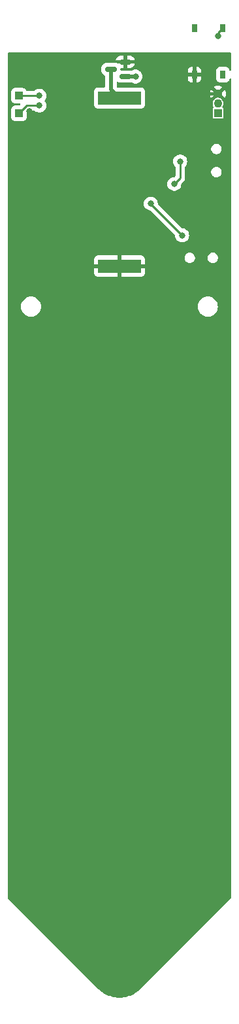
<source format=gbl>
G04 #@! TF.GenerationSoftware,KiCad,Pcbnew,7.0.9*
G04 #@! TF.CreationDate,2024-02-29T00:36:21+01:00*
G04 #@! TF.ProjectId,Mad_PlantBug,4d61645f-506c-4616-9e74-4275672e6b69,rev?*
G04 #@! TF.SameCoordinates,Original*
G04 #@! TF.FileFunction,Copper,L2,Bot*
G04 #@! TF.FilePolarity,Positive*
%FSLAX46Y46*%
G04 Gerber Fmt 4.6, Leading zero omitted, Abs format (unit mm)*
G04 Created by KiCad (PCBNEW 7.0.9) date 2024-02-29 00:36:21*
%MOMM*%
%LPD*%
G01*
G04 APERTURE LIST*
G04 Aperture macros list*
%AMRoundRect*
0 Rectangle with rounded corners*
0 $1 Rounding radius*
0 $2 $3 $4 $5 $6 $7 $8 $9 X,Y pos of 4 corners*
0 Add a 4 corners polygon primitive as box body*
4,1,4,$2,$3,$4,$5,$6,$7,$8,$9,$2,$3,0*
0 Add four circle primitives for the rounded corners*
1,1,$1+$1,$2,$3*
1,1,$1+$1,$4,$5*
1,1,$1+$1,$6,$7*
1,1,$1+$1,$8,$9*
0 Add four rect primitives between the rounded corners*
20,1,$1+$1,$2,$3,$4,$5,0*
20,1,$1+$1,$4,$5,$6,$7,0*
20,1,$1+$1,$6,$7,$8,$9,0*
20,1,$1+$1,$8,$9,$2,$3,0*%
G04 Aperture macros list end*
G04 #@! TA.AperFunction,SMDPad,CuDef*
%ADD10R,1.000000X1.000000*%
G04 #@! TD*
G04 #@! TA.AperFunction,ComponentPad*
%ADD11R,1.100000X1.100000*%
G04 #@! TD*
G04 #@! TA.AperFunction,ComponentPad*
%ADD12C,1.100000*%
G04 #@! TD*
G04 #@! TA.AperFunction,SMDPad,CuDef*
%ADD13R,5.600000X1.750000*%
G04 #@! TD*
G04 #@! TA.AperFunction,SMDPad,CuDef*
%ADD14RoundRect,0.150000X0.587500X0.150000X-0.587500X0.150000X-0.587500X-0.150000X0.587500X-0.150000X0*%
G04 #@! TD*
G04 #@! TA.AperFunction,SMDPad,CuDef*
%ADD15R,0.700000X1.000000*%
G04 #@! TD*
G04 #@! TA.AperFunction,ViaPad*
%ADD16C,0.800000*%
G04 #@! TD*
G04 #@! TA.AperFunction,Conductor*
%ADD17C,0.250000*%
G04 #@! TD*
G04 #@! TA.AperFunction,Conductor*
%ADD18C,0.400000*%
G04 #@! TD*
G04 #@! TA.AperFunction,Conductor*
%ADD19C,0.500000*%
G04 #@! TD*
G04 APERTURE END LIST*
D10*
G04 #@! TO.P,TP3,1,1*
G04 #@! TO.N,UART_RX*
X48133000Y-40894000D03*
G04 #@! TD*
G04 #@! TO.P,TP2,1,1*
G04 #@! TO.N,UART_TX*
X48133000Y-43180000D03*
G04 #@! TD*
D11*
G04 #@! TO.P,J2,1,Pin_1*
G04 #@! TO.N,SWDIO*
X73958000Y-43153500D03*
D12*
G04 #@! TO.P,J2,2,Pin_2*
G04 #@! TO.N,SWCLK*
X73958000Y-41903500D03*
G04 #@! TO.P,J2,3,Pin_3*
G04 #@! TO.N,GND*
X73958000Y-40653500D03*
G04 #@! TD*
D13*
G04 #@! TO.P,H1,1,1*
G04 #@! TO.N,Net-(Q1-D)*
X61180000Y-41192500D03*
G04 #@! TO.P,H1,2,2*
G04 #@! TO.N,GND*
X61180000Y-62942500D03*
G04 #@! TD*
D14*
G04 #@! TO.P,Q1,3,D*
G04 #@! TO.N,Net-(Q1-D)*
X60055000Y-37461500D03*
G04 #@! TO.P,Q1,2,S*
G04 #@! TO.N,VCC*
X61930000Y-38411500D03*
G04 #@! TO.P,Q1,1,G*
G04 #@! TO.N,GND*
X61930000Y-36511500D03*
G04 #@! TD*
D15*
G04 #@! TO.P,S3,1,COM_1*
G04 #@! TO.N,unconnected-(S3-COM_1-Pad1)*
X74587000Y-38172500D03*
G04 #@! TO.P,S3,2,COM_2*
G04 #@! TO.N,Net-(S3-COM_2)*
X74587000Y-32172500D03*
G04 #@! TO.P,S3,3,NO_1*
G04 #@! TO.N,GND*
X70887000Y-38172500D03*
G04 #@! TO.P,S3,4,NO_2*
G04 #@! TO.N,unconnected-(S3-NO_2-Pad4)*
X70887000Y-32172500D03*
G04 #@! TD*
D16*
G04 #@! TO.N,UART_TX*
X50800000Y-42164000D03*
G04 #@! TO.N,UART_RX*
X50800000Y-40894000D03*
G04 #@! TO.N,I2C_SDA*
X69054000Y-49396500D03*
X68292000Y-52317500D03*
G04 #@! TO.N,GND*
X54189500Y-70501500D03*
X49050000Y-51811500D03*
X47419500Y-70501500D03*
X49115000Y-58286500D03*
X65865000Y-38671500D03*
X54202000Y-66211500D03*
X57750000Y-38671500D03*
X52509500Y-66211500D03*
X51401000Y-56622500D03*
X66980000Y-38671500D03*
X55808500Y-54984500D03*
X68310000Y-61881500D03*
X49112000Y-70501500D03*
X54195000Y-62350500D03*
X47432000Y-66211500D03*
X68057500Y-70501500D03*
X49530000Y-42926000D03*
X74827500Y-70501500D03*
X73745000Y-52071500D03*
X69762500Y-66211500D03*
X52544000Y-61715500D03*
X56635000Y-38671500D03*
X70604589Y-54932133D03*
X52497000Y-70501500D03*
X52925000Y-57130500D03*
X54703000Y-36569500D03*
X64355000Y-60572500D03*
X74840000Y-66211500D03*
X54830000Y-47237500D03*
X73147500Y-66211500D03*
X73880000Y-58667500D03*
X68070000Y-66211500D03*
X71455000Y-66211500D03*
X73753000Y-53841500D03*
X73135000Y-70501500D03*
X55520000Y-38671500D03*
X49250000Y-50141500D03*
X64750000Y-38671500D03*
X49124500Y-66211500D03*
X69750000Y-70501500D03*
X68546000Y-54895000D03*
X50804500Y-70501500D03*
X71442500Y-70501500D03*
X50817000Y-66211500D03*
X73745000Y-46483500D03*
X75260000Y-61881500D03*
G04 #@! TO.N,VCC*
X63261000Y-38411500D03*
G04 #@! TO.N,DISCHARGE_MANUAL*
X65244000Y-54857500D03*
X69308000Y-58959000D03*
G04 #@! TO.N,Net-(S3-COM_2)*
X74007000Y-33140500D03*
G04 #@! TD*
D17*
G04 #@! TO.N,UART_TX*
X49149000Y-42164000D02*
X50800000Y-42164000D01*
X48133000Y-43180000D02*
X49149000Y-42164000D01*
G04 #@! TO.N,UART_RX*
X50800000Y-40894000D02*
X48133000Y-40894000D01*
G04 #@! TO.N,I2C_SDA*
X68292000Y-52317500D02*
X69054000Y-51555500D01*
X69054000Y-51555500D02*
X69054000Y-49396500D01*
X69054000Y-49396500D02*
X69054000Y-49269500D01*
D18*
G04 #@! TO.N,GND*
X73958000Y-40653500D02*
X72630000Y-40653500D01*
X72630000Y-40653500D02*
X72610000Y-40633500D01*
D19*
G04 #@! TO.N,VCC*
X63261000Y-38411500D02*
X61930000Y-38411500D01*
D17*
G04 #@! TO.N,DISCHARGE_MANUAL*
X65244000Y-54895000D02*
X65244000Y-54857500D01*
X69308000Y-58959000D02*
X65244000Y-54895000D01*
G04 #@! TO.N,Net-(S3-COM_2)*
X74007000Y-33140500D02*
X74007000Y-32752500D01*
X74007000Y-32752500D02*
X74587000Y-32172500D01*
D19*
G04 #@! TO.N,Net-(Q1-D)*
X60055000Y-40067500D02*
X60055000Y-37461500D01*
X61180000Y-41192500D02*
X60055000Y-40067500D01*
G04 #@! TD*
G04 #@! TA.AperFunction,Conductor*
G04 #@! TO.N,GND*
G36*
X75623039Y-35332185D02*
G01*
X75668794Y-35384989D01*
X75680000Y-35436500D01*
X75680000Y-37566823D01*
X75660315Y-37633862D01*
X75607511Y-37679617D01*
X75538353Y-37689561D01*
X75474797Y-37660536D01*
X75437023Y-37601758D01*
X75432710Y-37580077D01*
X75432552Y-37578612D01*
X75431091Y-37565017D01*
X75395298Y-37469052D01*
X75380797Y-37430171D01*
X75380793Y-37430164D01*
X75294547Y-37314955D01*
X75294544Y-37314952D01*
X75179335Y-37228706D01*
X75179328Y-37228702D01*
X75044482Y-37178408D01*
X75044483Y-37178408D01*
X74984883Y-37172001D01*
X74984881Y-37172000D01*
X74984873Y-37172000D01*
X74984864Y-37172000D01*
X74189129Y-37172000D01*
X74189123Y-37172001D01*
X74129516Y-37178408D01*
X73994671Y-37228702D01*
X73994664Y-37228706D01*
X73879455Y-37314952D01*
X73879452Y-37314955D01*
X73793206Y-37430164D01*
X73793202Y-37430171D01*
X73742908Y-37565017D01*
X73736501Y-37624616D01*
X73736500Y-37624635D01*
X73736500Y-38720370D01*
X73736501Y-38720376D01*
X73742908Y-38779983D01*
X73793202Y-38914828D01*
X73793206Y-38914835D01*
X73879452Y-39030044D01*
X73879455Y-39030047D01*
X73994664Y-39116293D01*
X73994671Y-39116297D01*
X74129517Y-39166591D01*
X74129516Y-39166591D01*
X74136444Y-39167335D01*
X74189127Y-39173000D01*
X74984872Y-39172999D01*
X75044483Y-39166591D01*
X75179331Y-39116296D01*
X75294546Y-39030046D01*
X75380796Y-38914831D01*
X75431091Y-38779983D01*
X75432711Y-38764914D01*
X75459448Y-38700366D01*
X75516841Y-38660518D01*
X75586666Y-38658024D01*
X75646755Y-38693676D01*
X75678030Y-38756155D01*
X75680000Y-38778172D01*
X75680000Y-144679469D01*
X75660315Y-144746508D01*
X75643480Y-144767351D01*
X63851894Y-156505003D01*
X63849790Y-156507002D01*
X63737691Y-156608602D01*
X63572586Y-156757262D01*
X63568031Y-156760988D01*
X63423129Y-156868455D01*
X63264014Y-156984058D01*
X63259444Y-156987080D01*
X63100236Y-157082506D01*
X62934090Y-157178429D01*
X62929597Y-157180784D01*
X62759775Y-157261105D01*
X62586198Y-157338385D01*
X62581867Y-157340121D01*
X62403788Y-157403840D01*
X62223942Y-157462274D01*
X62219847Y-157463451D01*
X62035558Y-157509614D01*
X61851010Y-157548840D01*
X61847217Y-157549524D01*
X61658733Y-157577484D01*
X61471203Y-157597194D01*
X61467764Y-157597459D01*
X61278612Y-157606752D01*
X61275569Y-157606827D01*
X61088431Y-157606827D01*
X61085388Y-157606752D01*
X60896234Y-157597459D01*
X60892795Y-157597194D01*
X60705266Y-157577484D01*
X60516781Y-157549524D01*
X60512988Y-157548840D01*
X60328441Y-157509614D01*
X60144151Y-157463451D01*
X60140056Y-157462274D01*
X59960211Y-157403840D01*
X59782131Y-157340121D01*
X59777800Y-157338385D01*
X59604224Y-157261105D01*
X59434401Y-157180784D01*
X59429908Y-157178429D01*
X59263763Y-157082506D01*
X59104555Y-156987080D01*
X59099984Y-156984058D01*
X58940870Y-156868455D01*
X58795967Y-156760988D01*
X58791412Y-156757262D01*
X58626308Y-156608602D01*
X58514211Y-156507003D01*
X58512070Y-156504967D01*
X58495448Y-156488392D01*
X58495352Y-156488328D01*
X46716520Y-144763368D01*
X46682895Y-144702122D01*
X46680000Y-144675486D01*
X46680000Y-68177501D01*
X48412532Y-68177501D01*
X48432364Y-68404186D01*
X48432366Y-68404197D01*
X48491258Y-68623988D01*
X48491261Y-68623997D01*
X48587431Y-68830232D01*
X48587432Y-68830234D01*
X48717954Y-69016641D01*
X48878858Y-69177545D01*
X48878861Y-69177547D01*
X49065266Y-69308068D01*
X49271504Y-69404239D01*
X49491308Y-69463135D01*
X49661216Y-69478000D01*
X49774784Y-69478000D01*
X49944692Y-69463135D01*
X50164496Y-69404239D01*
X50370734Y-69308068D01*
X50557139Y-69177547D01*
X50718047Y-69016639D01*
X50848568Y-68830234D01*
X50944739Y-68623996D01*
X51003635Y-68404192D01*
X51023468Y-68177501D01*
X71336532Y-68177501D01*
X71356364Y-68404186D01*
X71356366Y-68404197D01*
X71415258Y-68623988D01*
X71415261Y-68623997D01*
X71511431Y-68830232D01*
X71511432Y-68830234D01*
X71641954Y-69016641D01*
X71802858Y-69177545D01*
X71802861Y-69177547D01*
X71989266Y-69308068D01*
X72195504Y-69404239D01*
X72415308Y-69463135D01*
X72585216Y-69478000D01*
X72698784Y-69478000D01*
X72868692Y-69463135D01*
X73088496Y-69404239D01*
X73294734Y-69308068D01*
X73481139Y-69177547D01*
X73642047Y-69016639D01*
X73772568Y-68830234D01*
X73868739Y-68623996D01*
X73927635Y-68404192D01*
X73947468Y-68177500D01*
X73927635Y-67950808D01*
X73868739Y-67731004D01*
X73772568Y-67524766D01*
X73642047Y-67338361D01*
X73642045Y-67338358D01*
X73481141Y-67177454D01*
X73294734Y-67046932D01*
X73294732Y-67046931D01*
X73088497Y-66950761D01*
X73088488Y-66950758D01*
X72868697Y-66891866D01*
X72868687Y-66891864D01*
X72698784Y-66877000D01*
X72585216Y-66877000D01*
X72415312Y-66891864D01*
X72415302Y-66891866D01*
X72195511Y-66950758D01*
X72195502Y-66950761D01*
X71989267Y-67046931D01*
X71989265Y-67046932D01*
X71802858Y-67177454D01*
X71641954Y-67338358D01*
X71511432Y-67524765D01*
X71511431Y-67524767D01*
X71415261Y-67731002D01*
X71415258Y-67731011D01*
X71356366Y-67950802D01*
X71356364Y-67950813D01*
X71336532Y-68177498D01*
X71336532Y-68177501D01*
X51023468Y-68177501D01*
X51023468Y-68177500D01*
X51003635Y-67950808D01*
X50944739Y-67731004D01*
X50848568Y-67524766D01*
X50718047Y-67338361D01*
X50718045Y-67338358D01*
X50557141Y-67177454D01*
X50370734Y-67046932D01*
X50370732Y-67046931D01*
X50164497Y-66950761D01*
X50164488Y-66950758D01*
X49944697Y-66891866D01*
X49944687Y-66891864D01*
X49774784Y-66877000D01*
X49661216Y-66877000D01*
X49491312Y-66891864D01*
X49491302Y-66891866D01*
X49271511Y-66950758D01*
X49271502Y-66950761D01*
X49065267Y-67046931D01*
X49065265Y-67046932D01*
X48878858Y-67177454D01*
X48717954Y-67338358D01*
X48587432Y-67524765D01*
X48587431Y-67524767D01*
X48491261Y-67731002D01*
X48491258Y-67731011D01*
X48432366Y-67950802D01*
X48432364Y-67950813D01*
X48412532Y-68177498D01*
X48412532Y-68177501D01*
X46680000Y-68177501D01*
X46680000Y-63192500D01*
X57880000Y-63192500D01*
X57880000Y-63865344D01*
X57886401Y-63924872D01*
X57886403Y-63924879D01*
X57936645Y-64059586D01*
X57936649Y-64059593D01*
X58022809Y-64174687D01*
X58022812Y-64174690D01*
X58137906Y-64260850D01*
X58137913Y-64260854D01*
X58272620Y-64311096D01*
X58272627Y-64311098D01*
X58332155Y-64317499D01*
X58332172Y-64317500D01*
X60930000Y-64317500D01*
X60930000Y-63192500D01*
X61430000Y-63192500D01*
X61430000Y-64317500D01*
X64027828Y-64317500D01*
X64027844Y-64317499D01*
X64087372Y-64311098D01*
X64087379Y-64311096D01*
X64222086Y-64260854D01*
X64222093Y-64260850D01*
X64337187Y-64174690D01*
X64337190Y-64174687D01*
X64423350Y-64059593D01*
X64423354Y-64059586D01*
X64473596Y-63924879D01*
X64473598Y-63924872D01*
X64479999Y-63865344D01*
X64480000Y-63865327D01*
X64480000Y-63192500D01*
X61430000Y-63192500D01*
X60930000Y-63192500D01*
X57880000Y-63192500D01*
X46680000Y-63192500D01*
X46680000Y-62692500D01*
X57880000Y-62692500D01*
X60930000Y-62692500D01*
X60930000Y-61567500D01*
X61430000Y-61567500D01*
X61430000Y-62692500D01*
X64480000Y-62692500D01*
X64480000Y-62019672D01*
X64479999Y-62019655D01*
X64475038Y-61973521D01*
X69614500Y-61973521D01*
X69653756Y-62132791D01*
X69729993Y-62278048D01*
X69838766Y-62400827D01*
X69838768Y-62400829D01*
X69838771Y-62400832D01*
X69973771Y-62494016D01*
X69973772Y-62494016D01*
X69973774Y-62494018D01*
X70127155Y-62552188D01*
X70157652Y-62555891D01*
X70249140Y-62567000D01*
X70249143Y-62567000D01*
X70330860Y-62567000D01*
X70404049Y-62558112D01*
X70452845Y-62552188D01*
X70606226Y-62494018D01*
X70741229Y-62400832D01*
X70850008Y-62278046D01*
X70926242Y-62132795D01*
X70965500Y-61973521D01*
X72614500Y-61973521D01*
X72653756Y-62132791D01*
X72729993Y-62278048D01*
X72838766Y-62400827D01*
X72838768Y-62400829D01*
X72838771Y-62400832D01*
X72973771Y-62494016D01*
X72973772Y-62494016D01*
X72973774Y-62494018D01*
X73127155Y-62552188D01*
X73157652Y-62555891D01*
X73249140Y-62567000D01*
X73249143Y-62567000D01*
X73330860Y-62567000D01*
X73404049Y-62558112D01*
X73452845Y-62552188D01*
X73606226Y-62494018D01*
X73741229Y-62400832D01*
X73850008Y-62278046D01*
X73926242Y-62132795D01*
X73965500Y-61973521D01*
X73965500Y-61809479D01*
X73941057Y-61710312D01*
X73926243Y-61650208D01*
X73926242Y-61650207D01*
X73926242Y-61650205D01*
X73850008Y-61504954D01*
X73850006Y-61504952D01*
X73850006Y-61504951D01*
X73741233Y-61382172D01*
X73741231Y-61382170D01*
X73741229Y-61382168D01*
X73606227Y-61288983D01*
X73606229Y-61288983D01*
X73452845Y-61230812D01*
X73452843Y-61230811D01*
X73330860Y-61216000D01*
X73330857Y-61216000D01*
X73249143Y-61216000D01*
X73249140Y-61216000D01*
X73127156Y-61230811D01*
X73127154Y-61230812D01*
X72973771Y-61288983D01*
X72838773Y-61382166D01*
X72838766Y-61382172D01*
X72729993Y-61504951D01*
X72653756Y-61650208D01*
X72614500Y-61809478D01*
X72614500Y-61973521D01*
X70965500Y-61973521D01*
X70965500Y-61809479D01*
X70941057Y-61710312D01*
X70926243Y-61650208D01*
X70926242Y-61650207D01*
X70926242Y-61650205D01*
X70850008Y-61504954D01*
X70850006Y-61504952D01*
X70850006Y-61504951D01*
X70741233Y-61382172D01*
X70741231Y-61382170D01*
X70741229Y-61382168D01*
X70606227Y-61288983D01*
X70606229Y-61288983D01*
X70452845Y-61230812D01*
X70452843Y-61230811D01*
X70330860Y-61216000D01*
X70330857Y-61216000D01*
X70249143Y-61216000D01*
X70249140Y-61216000D01*
X70127156Y-61230811D01*
X70127154Y-61230812D01*
X69973771Y-61288983D01*
X69838773Y-61382166D01*
X69838766Y-61382172D01*
X69729993Y-61504951D01*
X69653756Y-61650208D01*
X69614500Y-61809478D01*
X69614500Y-61973521D01*
X64475038Y-61973521D01*
X64473598Y-61960127D01*
X64473596Y-61960120D01*
X64423354Y-61825413D01*
X64423350Y-61825406D01*
X64337190Y-61710312D01*
X64337187Y-61710309D01*
X64222093Y-61624149D01*
X64222086Y-61624145D01*
X64087379Y-61573903D01*
X64087372Y-61573901D01*
X64027844Y-61567500D01*
X61430000Y-61567500D01*
X60930000Y-61567500D01*
X58332155Y-61567500D01*
X58272627Y-61573901D01*
X58272620Y-61573903D01*
X58137913Y-61624145D01*
X58137906Y-61624149D01*
X58022812Y-61710309D01*
X58022809Y-61710312D01*
X57936649Y-61825406D01*
X57936645Y-61825413D01*
X57886403Y-61960120D01*
X57886401Y-61960127D01*
X57880000Y-62019655D01*
X57880000Y-62692500D01*
X46680000Y-62692500D01*
X46680000Y-54857500D01*
X64338540Y-54857500D01*
X64358326Y-55045756D01*
X64358327Y-55045759D01*
X64416818Y-55225777D01*
X64416821Y-55225784D01*
X64511467Y-55389716D01*
X64638129Y-55530388D01*
X64791265Y-55641648D01*
X64791270Y-55641651D01*
X64964192Y-55718642D01*
X64964197Y-55718644D01*
X65149354Y-55758000D01*
X65171048Y-55758000D01*
X65238087Y-55777685D01*
X65258729Y-55794319D01*
X68369038Y-58904629D01*
X68402523Y-58965952D01*
X68404678Y-58979348D01*
X68412968Y-59058227D01*
X68422326Y-59147256D01*
X68422327Y-59147259D01*
X68480818Y-59327277D01*
X68480821Y-59327284D01*
X68575467Y-59491216D01*
X68702129Y-59631888D01*
X68855265Y-59743148D01*
X68855270Y-59743151D01*
X69028192Y-59820142D01*
X69028197Y-59820144D01*
X69213354Y-59859500D01*
X69213355Y-59859500D01*
X69402644Y-59859500D01*
X69402646Y-59859500D01*
X69587803Y-59820144D01*
X69760730Y-59743151D01*
X69913871Y-59631888D01*
X70040533Y-59491216D01*
X70135179Y-59327284D01*
X70193674Y-59147256D01*
X70213460Y-58959000D01*
X70193674Y-58770744D01*
X70135179Y-58590716D01*
X70040533Y-58426784D01*
X69913871Y-58286112D01*
X69913870Y-58286111D01*
X69760734Y-58174851D01*
X69760729Y-58174848D01*
X69587807Y-58097857D01*
X69587802Y-58097855D01*
X69442001Y-58066865D01*
X69402646Y-58058500D01*
X69402645Y-58058500D01*
X69343452Y-58058500D01*
X69276413Y-58038815D01*
X69255771Y-58022181D01*
X66185730Y-54952139D01*
X66152245Y-54890816D01*
X66150801Y-54864000D01*
X66149460Y-54864000D01*
X66149460Y-54857502D01*
X66149460Y-54857500D01*
X66129674Y-54669244D01*
X66071179Y-54489216D01*
X65976533Y-54325284D01*
X65849871Y-54184612D01*
X65849870Y-54184611D01*
X65696734Y-54073351D01*
X65696729Y-54073348D01*
X65523807Y-53996357D01*
X65523802Y-53996355D01*
X65378001Y-53965365D01*
X65338646Y-53957000D01*
X65149354Y-53957000D01*
X65116897Y-53963898D01*
X64964197Y-53996355D01*
X64964192Y-53996357D01*
X64791270Y-54073348D01*
X64791265Y-54073351D01*
X64638129Y-54184611D01*
X64511466Y-54325285D01*
X64416821Y-54489215D01*
X64416818Y-54489222D01*
X64358327Y-54669240D01*
X64358326Y-54669244D01*
X64338540Y-54857500D01*
X46680000Y-54857500D01*
X46680000Y-52317500D01*
X67386540Y-52317500D01*
X67406326Y-52505756D01*
X67406327Y-52505759D01*
X67464818Y-52685777D01*
X67464821Y-52685784D01*
X67559467Y-52849716D01*
X67686129Y-52990388D01*
X67839265Y-53101648D01*
X67839270Y-53101651D01*
X68012192Y-53178642D01*
X68012197Y-53178644D01*
X68197354Y-53218000D01*
X68197355Y-53218000D01*
X68386644Y-53218000D01*
X68386646Y-53218000D01*
X68571803Y-53178644D01*
X68744730Y-53101651D01*
X68897871Y-52990388D01*
X69024533Y-52849716D01*
X69119179Y-52685784D01*
X69177674Y-52505756D01*
X69195321Y-52337845D01*
X69221905Y-52273232D01*
X69230952Y-52263136D01*
X69437786Y-52056302D01*
X69450048Y-52046480D01*
X69449865Y-52046259D01*
X69455867Y-52041292D01*
X69455877Y-52041286D01*
X69503241Y-51990848D01*
X69524120Y-51969970D01*
X69528373Y-51964486D01*
X69532150Y-51960063D01*
X69564062Y-51926082D01*
X69573714Y-51908523D01*
X69584389Y-51892272D01*
X69596674Y-51876436D01*
X69615186Y-51833652D01*
X69617742Y-51828435D01*
X69640197Y-51787592D01*
X69645180Y-51768180D01*
X69651477Y-51749791D01*
X69659438Y-51731395D01*
X69666729Y-51685353D01*
X69667908Y-51679662D01*
X69679500Y-51634519D01*
X69679500Y-51614483D01*
X69681027Y-51595082D01*
X69684160Y-51575304D01*
X69679775Y-51528915D01*
X69679500Y-51523077D01*
X69679500Y-50859521D01*
X73069500Y-50859521D01*
X73108756Y-51018791D01*
X73184993Y-51164048D01*
X73293766Y-51286827D01*
X73293768Y-51286829D01*
X73293771Y-51286832D01*
X73428771Y-51380016D01*
X73428772Y-51380016D01*
X73428774Y-51380018D01*
X73582155Y-51438188D01*
X73612652Y-51441891D01*
X73704140Y-51453000D01*
X73704143Y-51453000D01*
X73785860Y-51453000D01*
X73859049Y-51444112D01*
X73907845Y-51438188D01*
X74061226Y-51380018D01*
X74196229Y-51286832D01*
X74305008Y-51164046D01*
X74381242Y-51018795D01*
X74420500Y-50859521D01*
X74420500Y-50695479D01*
X74381242Y-50536205D01*
X74305008Y-50390954D01*
X74305006Y-50390952D01*
X74305006Y-50390951D01*
X74196233Y-50268172D01*
X74196231Y-50268170D01*
X74196229Y-50268168D01*
X74061227Y-50174983D01*
X74061229Y-50174983D01*
X73907845Y-50116812D01*
X73907843Y-50116811D01*
X73785860Y-50102000D01*
X73785857Y-50102000D01*
X73704143Y-50102000D01*
X73704140Y-50102000D01*
X73582156Y-50116811D01*
X73582154Y-50116812D01*
X73428771Y-50174983D01*
X73293773Y-50268166D01*
X73293766Y-50268172D01*
X73184993Y-50390951D01*
X73108756Y-50536208D01*
X73069500Y-50695478D01*
X73069500Y-50859521D01*
X69679500Y-50859521D01*
X69679500Y-50095187D01*
X69699185Y-50028148D01*
X69711350Y-50012215D01*
X69729891Y-49991622D01*
X69786533Y-49928716D01*
X69881179Y-49764784D01*
X69939674Y-49584756D01*
X69959460Y-49396500D01*
X69939674Y-49208244D01*
X69881179Y-49028216D01*
X69786533Y-48864284D01*
X69659871Y-48723612D01*
X69659870Y-48723611D01*
X69506734Y-48612351D01*
X69506729Y-48612348D01*
X69333807Y-48535357D01*
X69333802Y-48535355D01*
X69188001Y-48504365D01*
X69148646Y-48496000D01*
X68959354Y-48496000D01*
X68926897Y-48502898D01*
X68774197Y-48535355D01*
X68774192Y-48535357D01*
X68601270Y-48612348D01*
X68601265Y-48612351D01*
X68448129Y-48723611D01*
X68321466Y-48864285D01*
X68226821Y-49028215D01*
X68226818Y-49028222D01*
X68168327Y-49208240D01*
X68168326Y-49208244D01*
X68148540Y-49396500D01*
X68168326Y-49584756D01*
X68168327Y-49584759D01*
X68226818Y-49764777D01*
X68226821Y-49764784D01*
X68321467Y-49928716D01*
X68364772Y-49976810D01*
X68396650Y-50012215D01*
X68426880Y-50075206D01*
X68428500Y-50095187D01*
X68428500Y-51245046D01*
X68408815Y-51312085D01*
X68392182Y-51332726D01*
X68344229Y-51380680D01*
X68282906Y-51414166D01*
X68256547Y-51417000D01*
X68197354Y-51417000D01*
X68164897Y-51423898D01*
X68012197Y-51456355D01*
X68012192Y-51456357D01*
X67839270Y-51533348D01*
X67839265Y-51533351D01*
X67686129Y-51644611D01*
X67559466Y-51785285D01*
X67464821Y-51949215D01*
X67464818Y-51949222D01*
X67406327Y-52129240D01*
X67406326Y-52129244D01*
X67386540Y-52317500D01*
X46680000Y-52317500D01*
X46680000Y-47859521D01*
X73069500Y-47859521D01*
X73108756Y-48018791D01*
X73184993Y-48164048D01*
X73293766Y-48286827D01*
X73293768Y-48286829D01*
X73293771Y-48286832D01*
X73428771Y-48380016D01*
X73428772Y-48380016D01*
X73428774Y-48380018D01*
X73582155Y-48438188D01*
X73612652Y-48441891D01*
X73704140Y-48453000D01*
X73704143Y-48453000D01*
X73785860Y-48453000D01*
X73859049Y-48444112D01*
X73907845Y-48438188D01*
X74061226Y-48380018D01*
X74196229Y-48286832D01*
X74305008Y-48164046D01*
X74381242Y-48018795D01*
X74420500Y-47859521D01*
X74420500Y-47695479D01*
X74381242Y-47536205D01*
X74305008Y-47390954D01*
X74305006Y-47390952D01*
X74305006Y-47390951D01*
X74196233Y-47268172D01*
X74196231Y-47268170D01*
X74196229Y-47268168D01*
X74061227Y-47174983D01*
X74061229Y-47174983D01*
X73907845Y-47116812D01*
X73907843Y-47116811D01*
X73785860Y-47102000D01*
X73785857Y-47102000D01*
X73704143Y-47102000D01*
X73704140Y-47102000D01*
X73582156Y-47116811D01*
X73582154Y-47116812D01*
X73428771Y-47174983D01*
X73293773Y-47268166D01*
X73293766Y-47268172D01*
X73184993Y-47390951D01*
X73108756Y-47536208D01*
X73069500Y-47695478D01*
X73069500Y-47859521D01*
X46680000Y-47859521D01*
X46680000Y-43727870D01*
X47132500Y-43727870D01*
X47132501Y-43727876D01*
X47138908Y-43787483D01*
X47189202Y-43922328D01*
X47189206Y-43922335D01*
X47275452Y-44037544D01*
X47275455Y-44037547D01*
X47390664Y-44123793D01*
X47390671Y-44123797D01*
X47525517Y-44174091D01*
X47525516Y-44174091D01*
X47532444Y-44174835D01*
X47585127Y-44180500D01*
X48680872Y-44180499D01*
X48740483Y-44174091D01*
X48875331Y-44123796D01*
X48990546Y-44037546D01*
X49076796Y-43922331D01*
X49127091Y-43787483D01*
X49133500Y-43727873D01*
X49133499Y-43115452D01*
X49153183Y-43048414D01*
X49169818Y-43027772D01*
X49371772Y-42825819D01*
X49433095Y-42792334D01*
X49459453Y-42789500D01*
X50096252Y-42789500D01*
X50163291Y-42809185D01*
X50188400Y-42830526D01*
X50194126Y-42836885D01*
X50194130Y-42836889D01*
X50347265Y-42948148D01*
X50347270Y-42948151D01*
X50520192Y-43025142D01*
X50520197Y-43025144D01*
X50705354Y-43064500D01*
X50705355Y-43064500D01*
X50894644Y-43064500D01*
X50894646Y-43064500D01*
X51079803Y-43025144D01*
X51252730Y-42948151D01*
X51405871Y-42836888D01*
X51532533Y-42696216D01*
X51627179Y-42532284D01*
X51685674Y-42352256D01*
X51705460Y-42164000D01*
X51700349Y-42115370D01*
X57879500Y-42115370D01*
X57879501Y-42115376D01*
X57885908Y-42174983D01*
X57936202Y-42309828D01*
X57936206Y-42309835D01*
X58022452Y-42425044D01*
X58022455Y-42425047D01*
X58137664Y-42511293D01*
X58137671Y-42511297D01*
X58272517Y-42561591D01*
X58272516Y-42561591D01*
X58279444Y-42562335D01*
X58332127Y-42568000D01*
X64027872Y-42567999D01*
X64087483Y-42561591D01*
X64222331Y-42511296D01*
X64337546Y-42425046D01*
X64423796Y-42309831D01*
X64474091Y-42174983D01*
X64480500Y-42115373D01*
X64480500Y-41903500D01*
X73252355Y-41903500D01*
X73272859Y-42072369D01*
X73272860Y-42072374D01*
X73333182Y-42231431D01*
X73375541Y-42292798D01*
X73397424Y-42359153D01*
X73379958Y-42426804D01*
X73342383Y-42466340D01*
X73299494Y-42494997D01*
X73266234Y-42544775D01*
X73266231Y-42544782D01*
X73257500Y-42588677D01*
X73257500Y-42588680D01*
X73257500Y-43718320D01*
X73257500Y-43718322D01*
X73257499Y-43718322D01*
X73266231Y-43762217D01*
X73266234Y-43762224D01*
X73299495Y-43812003D01*
X73299496Y-43812004D01*
X73349278Y-43845267D01*
X73349281Y-43845267D01*
X73349282Y-43845268D01*
X73393177Y-43854000D01*
X73393180Y-43854000D01*
X74522822Y-43854000D01*
X74566717Y-43845268D01*
X74566717Y-43845267D01*
X74566722Y-43845267D01*
X74616504Y-43812004D01*
X74649767Y-43762222D01*
X74656600Y-43727872D01*
X74658500Y-43718322D01*
X74658500Y-42588677D01*
X74649768Y-42544782D01*
X74649767Y-42544781D01*
X74649767Y-42544778D01*
X74616504Y-42494996D01*
X74573617Y-42466340D01*
X74528812Y-42412728D01*
X74520105Y-42343403D01*
X74540459Y-42292797D01*
X74582816Y-42231433D01*
X74582817Y-42231431D01*
X74582816Y-42231431D01*
X74582818Y-42231430D01*
X74643140Y-42072372D01*
X74663645Y-41903500D01*
X74643140Y-41734628D01*
X74582818Y-41575570D01*
X74486183Y-41435571D01*
X74358852Y-41322766D01*
X74358849Y-41322763D01*
X74201585Y-41240224D01*
X74202218Y-41239017D01*
X74167544Y-41216597D01*
X73958001Y-41007053D01*
X73748452Y-41216600D01*
X73713782Y-41239019D01*
X73714415Y-41240225D01*
X73557150Y-41322764D01*
X73429816Y-41435572D01*
X73333182Y-41575568D01*
X73272860Y-41734625D01*
X73272859Y-41734630D01*
X73252355Y-41903500D01*
X64480500Y-41903500D01*
X64480499Y-40653500D01*
X72902919Y-40653500D01*
X72923191Y-40859334D01*
X72983233Y-41057266D01*
X73058975Y-41198969D01*
X73058976Y-41198969D01*
X73575145Y-40682802D01*
X73604372Y-40682802D01*
X73633047Y-40796038D01*
X73696936Y-40893827D01*
X73789115Y-40965572D01*
X73899595Y-41003500D01*
X73987005Y-41003500D01*
X74073216Y-40989114D01*
X74175947Y-40933519D01*
X74255060Y-40847579D01*
X74301982Y-40740608D01*
X74309200Y-40653500D01*
X74311553Y-40653500D01*
X74857022Y-41198969D01*
X74932766Y-41057264D01*
X74992808Y-40859334D01*
X75013080Y-40653500D01*
X74992808Y-40447665D01*
X74932766Y-40249733D01*
X74857023Y-40108028D01*
X74311553Y-40653499D01*
X74311553Y-40653500D01*
X74309200Y-40653500D01*
X74311628Y-40624198D01*
X74282953Y-40510962D01*
X74219064Y-40413173D01*
X74126885Y-40341428D01*
X74016405Y-40303500D01*
X73928995Y-40303500D01*
X73842784Y-40317886D01*
X73740053Y-40373481D01*
X73660940Y-40459421D01*
X73614018Y-40566392D01*
X73604372Y-40682802D01*
X73575145Y-40682802D01*
X73604447Y-40653500D01*
X73058976Y-40108029D01*
X73058975Y-40108029D01*
X72983234Y-40249734D01*
X72923191Y-40447666D01*
X72902919Y-40653500D01*
X64480499Y-40653500D01*
X64480499Y-40269628D01*
X64474091Y-40210017D01*
X64465817Y-40187834D01*
X64423797Y-40075171D01*
X64423793Y-40075164D01*
X64337547Y-39959955D01*
X64337544Y-39959952D01*
X64222335Y-39873706D01*
X64222328Y-39873702D01*
X64087482Y-39823408D01*
X64087483Y-39823408D01*
X64027883Y-39817001D01*
X64027881Y-39817000D01*
X64027873Y-39817000D01*
X64027865Y-39817000D01*
X60929500Y-39817000D01*
X60862461Y-39797315D01*
X60825341Y-39754476D01*
X73412529Y-39754476D01*
X73958000Y-40299947D01*
X73958001Y-40299947D01*
X74503469Y-39754476D01*
X74503469Y-39754475D01*
X74361766Y-39678733D01*
X74163834Y-39618691D01*
X73958000Y-39598419D01*
X73752166Y-39618691D01*
X73554234Y-39678734D01*
X73412529Y-39754475D01*
X73412529Y-39754476D01*
X60825341Y-39754476D01*
X60816706Y-39744511D01*
X60805500Y-39693000D01*
X60805500Y-39217057D01*
X60825185Y-39150018D01*
X60877989Y-39104263D01*
X60947147Y-39094319D01*
X60992619Y-39110324D01*
X61082102Y-39163244D01*
X61113958Y-39172499D01*
X61239926Y-39209097D01*
X61239929Y-39209097D01*
X61239931Y-39209098D01*
X61252222Y-39210065D01*
X61276804Y-39212000D01*
X61276806Y-39212000D01*
X62583196Y-39212000D01*
X62601631Y-39210549D01*
X62620069Y-39209098D01*
X62709972Y-39182978D01*
X62779839Y-39183177D01*
X62806571Y-39194670D01*
X62808272Y-39195652D01*
X62981192Y-39272642D01*
X62981197Y-39272644D01*
X63166354Y-39312000D01*
X63166355Y-39312000D01*
X63355644Y-39312000D01*
X63355646Y-39312000D01*
X63540803Y-39272644D01*
X63713730Y-39195651D01*
X63866871Y-39084388D01*
X63993533Y-38943716D01*
X64088179Y-38779784D01*
X64146674Y-38599756D01*
X64165304Y-38422500D01*
X70037000Y-38422500D01*
X70037000Y-38720344D01*
X70043401Y-38779872D01*
X70043403Y-38779879D01*
X70093645Y-38914586D01*
X70093649Y-38914593D01*
X70179809Y-39029687D01*
X70179812Y-39029690D01*
X70294906Y-39115850D01*
X70294913Y-39115854D01*
X70429620Y-39166096D01*
X70429627Y-39166098D01*
X70489155Y-39172499D01*
X70489172Y-39172500D01*
X70637000Y-39172500D01*
X70637000Y-38422500D01*
X71137000Y-38422500D01*
X71137000Y-39172500D01*
X71284828Y-39172500D01*
X71284844Y-39172499D01*
X71344372Y-39166098D01*
X71344379Y-39166096D01*
X71479086Y-39115854D01*
X71479093Y-39115850D01*
X71594187Y-39029690D01*
X71594190Y-39029687D01*
X71680350Y-38914593D01*
X71680354Y-38914586D01*
X71730596Y-38779879D01*
X71730598Y-38779872D01*
X71736999Y-38720344D01*
X71737000Y-38720327D01*
X71737000Y-38422500D01*
X71137000Y-38422500D01*
X70637000Y-38422500D01*
X70037000Y-38422500D01*
X64165304Y-38422500D01*
X64166460Y-38411500D01*
X64146674Y-38223244D01*
X64088179Y-38043216D01*
X64018484Y-37922500D01*
X70037000Y-37922500D01*
X70637000Y-37922500D01*
X70637000Y-37172500D01*
X71137000Y-37172500D01*
X71137000Y-37922500D01*
X71737000Y-37922500D01*
X71737000Y-37624672D01*
X71736999Y-37624655D01*
X71730598Y-37565127D01*
X71730596Y-37565120D01*
X71680354Y-37430413D01*
X71680350Y-37430406D01*
X71594190Y-37315312D01*
X71594187Y-37315309D01*
X71479093Y-37229149D01*
X71479086Y-37229145D01*
X71344379Y-37178903D01*
X71344372Y-37178901D01*
X71284844Y-37172500D01*
X71137000Y-37172500D01*
X70637000Y-37172500D01*
X70489155Y-37172500D01*
X70429627Y-37178901D01*
X70429620Y-37178903D01*
X70294913Y-37229145D01*
X70294906Y-37229149D01*
X70179812Y-37315309D01*
X70179809Y-37315312D01*
X70093649Y-37430406D01*
X70093645Y-37430413D01*
X70043403Y-37565120D01*
X70043401Y-37565127D01*
X70037000Y-37624655D01*
X70037000Y-37922500D01*
X64018484Y-37922500D01*
X63993533Y-37879284D01*
X63866871Y-37738612D01*
X63833096Y-37714073D01*
X63713734Y-37627351D01*
X63713729Y-37627348D01*
X63540807Y-37550357D01*
X63540802Y-37550355D01*
X63395001Y-37519365D01*
X63355646Y-37511000D01*
X63166354Y-37511000D01*
X63133897Y-37517898D01*
X62981197Y-37550355D01*
X62981192Y-37550357D01*
X62808265Y-37627350D01*
X62806554Y-37628339D01*
X62805439Y-37628609D01*
X62802334Y-37629992D01*
X62802080Y-37629423D01*
X62738651Y-37644804D01*
X62709971Y-37640021D01*
X62620073Y-37613902D01*
X62620067Y-37613901D01*
X62583196Y-37611000D01*
X62583194Y-37611000D01*
X61417000Y-37611000D01*
X61349961Y-37591315D01*
X61304206Y-37538511D01*
X61293000Y-37487000D01*
X61293000Y-37435500D01*
X61312685Y-37368461D01*
X61365489Y-37322706D01*
X61417000Y-37311500D01*
X61680000Y-37311500D01*
X61680000Y-36761500D01*
X62180000Y-36761500D01*
X62180000Y-37311500D01*
X62583144Y-37311500D01*
X62619989Y-37308600D01*
X62619995Y-37308599D01*
X62777693Y-37262783D01*
X62777696Y-37262782D01*
X62919052Y-37179185D01*
X62919061Y-37179178D01*
X63035178Y-37063061D01*
X63035185Y-37063052D01*
X63118781Y-36921698D01*
X63164600Y-36763986D01*
X63164795Y-36761501D01*
X63164795Y-36761500D01*
X62180000Y-36761500D01*
X61680000Y-36761500D01*
X61024315Y-36761500D01*
X60961194Y-36744232D01*
X60902896Y-36709755D01*
X60902893Y-36709754D01*
X60745073Y-36663902D01*
X60745067Y-36663901D01*
X60708196Y-36661000D01*
X60708194Y-36661000D01*
X59401806Y-36661000D01*
X59401804Y-36661000D01*
X59364932Y-36663901D01*
X59364926Y-36663902D01*
X59207106Y-36709754D01*
X59207103Y-36709755D01*
X59065637Y-36793417D01*
X59065629Y-36793423D01*
X58949423Y-36909629D01*
X58949417Y-36909637D01*
X58865755Y-37051103D01*
X58865754Y-37051106D01*
X58819902Y-37208926D01*
X58819901Y-37208932D01*
X58817000Y-37245804D01*
X58817000Y-37677196D01*
X58819901Y-37714067D01*
X58819902Y-37714073D01*
X58865754Y-37871893D01*
X58865755Y-37871896D01*
X58949417Y-38013362D01*
X58949423Y-38013370D01*
X59065629Y-38129576D01*
X59065633Y-38129579D01*
X59065635Y-38129581D01*
X59207102Y-38213244D01*
X59215090Y-38215564D01*
X59273977Y-38253167D01*
X59303186Y-38316639D01*
X59304500Y-38334642D01*
X59304500Y-39693000D01*
X59284815Y-39760039D01*
X59232011Y-39805794D01*
X59180500Y-39817000D01*
X58332129Y-39817000D01*
X58332123Y-39817001D01*
X58272516Y-39823408D01*
X58137671Y-39873702D01*
X58137664Y-39873706D01*
X58022455Y-39959952D01*
X58022452Y-39959955D01*
X57936206Y-40075164D01*
X57936202Y-40075171D01*
X57885908Y-40210017D01*
X57880092Y-40264121D01*
X57879501Y-40269623D01*
X57879500Y-40269635D01*
X57879500Y-42115370D01*
X51700349Y-42115370D01*
X51685674Y-41975744D01*
X51627179Y-41795716D01*
X51532533Y-41631784D01*
X51514693Y-41611971D01*
X51484464Y-41548981D01*
X51493089Y-41479646D01*
X51514694Y-41446028D01*
X51532533Y-41426216D01*
X51627179Y-41262284D01*
X51685674Y-41082256D01*
X51705460Y-40894000D01*
X51685674Y-40705744D01*
X51627179Y-40525716D01*
X51532533Y-40361784D01*
X51405871Y-40221112D01*
X51405870Y-40221111D01*
X51252734Y-40109851D01*
X51252729Y-40109848D01*
X51079807Y-40032857D01*
X51079802Y-40032855D01*
X50934001Y-40001865D01*
X50894646Y-39993500D01*
X50705354Y-39993500D01*
X50672897Y-40000398D01*
X50520197Y-40032855D01*
X50520192Y-40032857D01*
X50347270Y-40109848D01*
X50347265Y-40109851D01*
X50194130Y-40221110D01*
X50194126Y-40221114D01*
X50188400Y-40227474D01*
X50128913Y-40264121D01*
X50096252Y-40268500D01*
X49206467Y-40268500D01*
X49139428Y-40248815D01*
X49093673Y-40196011D01*
X49090285Y-40187834D01*
X49076796Y-40151669D01*
X49076793Y-40151664D01*
X48990547Y-40036455D01*
X48990544Y-40036452D01*
X48875335Y-39950206D01*
X48875328Y-39950202D01*
X48740482Y-39899908D01*
X48740483Y-39899908D01*
X48680883Y-39893501D01*
X48680881Y-39893500D01*
X48680873Y-39893500D01*
X48680864Y-39893500D01*
X47585129Y-39893500D01*
X47585123Y-39893501D01*
X47525516Y-39899908D01*
X47390671Y-39950202D01*
X47390664Y-39950206D01*
X47275455Y-40036452D01*
X47275452Y-40036455D01*
X47189206Y-40151664D01*
X47189202Y-40151671D01*
X47138908Y-40286517D01*
X47132501Y-40346116D01*
X47132500Y-40346135D01*
X47132500Y-41441870D01*
X47132501Y-41441876D01*
X47138908Y-41501483D01*
X47189202Y-41636328D01*
X47189206Y-41636335D01*
X47275452Y-41751544D01*
X47275455Y-41751547D01*
X47390664Y-41837793D01*
X47390671Y-41837797D01*
X47525517Y-41888091D01*
X47525516Y-41888091D01*
X47532444Y-41888835D01*
X47585127Y-41894500D01*
X48234548Y-41894499D01*
X48301586Y-41914183D01*
X48347341Y-41966987D01*
X48357285Y-42036146D01*
X48328260Y-42099702D01*
X48322228Y-42106180D01*
X48285227Y-42143181D01*
X48223904Y-42176666D01*
X48197546Y-42179500D01*
X47585129Y-42179500D01*
X47585123Y-42179501D01*
X47525516Y-42185908D01*
X47390671Y-42236202D01*
X47390664Y-42236206D01*
X47275455Y-42322452D01*
X47275452Y-42322455D01*
X47189206Y-42437664D01*
X47189202Y-42437671D01*
X47138908Y-42572517D01*
X47132501Y-42632116D01*
X47132500Y-42632135D01*
X47132500Y-43727870D01*
X46680000Y-43727870D01*
X46680000Y-36261498D01*
X60695204Y-36261498D01*
X60695205Y-36261500D01*
X61680000Y-36261500D01*
X61680000Y-35711500D01*
X62180000Y-35711500D01*
X62180000Y-36261500D01*
X63164795Y-36261500D01*
X63164795Y-36261498D01*
X63164600Y-36259013D01*
X63118781Y-36101301D01*
X63035185Y-35959947D01*
X63035178Y-35959938D01*
X62919061Y-35843821D01*
X62919052Y-35843814D01*
X62777696Y-35760217D01*
X62777693Y-35760216D01*
X62619995Y-35714400D01*
X62619989Y-35714399D01*
X62583144Y-35711500D01*
X62180000Y-35711500D01*
X61680000Y-35711500D01*
X61276856Y-35711500D01*
X61240010Y-35714399D01*
X61240004Y-35714400D01*
X61082306Y-35760216D01*
X61082303Y-35760217D01*
X60940947Y-35843814D01*
X60940938Y-35843821D01*
X60824821Y-35959938D01*
X60824814Y-35959947D01*
X60741218Y-36101301D01*
X60695399Y-36259013D01*
X60695204Y-36261498D01*
X46680000Y-36261498D01*
X46680000Y-35436500D01*
X46699685Y-35369461D01*
X46752489Y-35323706D01*
X46804000Y-35312500D01*
X75556000Y-35312500D01*
X75623039Y-35332185D01*
G37*
G04 #@! TD.AperFunction*
G04 #@! TD*
M02*

</source>
